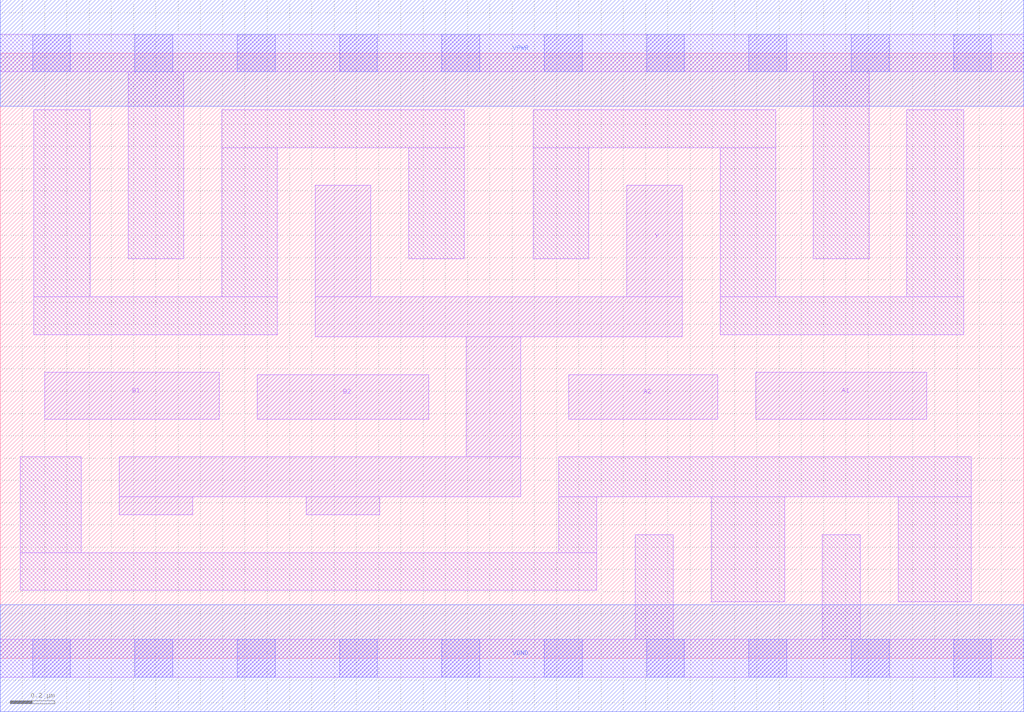
<source format=lef>
# Copyright 2020 The SkyWater PDK Authors
#
# Licensed under the Apache License, Version 2.0 (the "License");
# you may not use this file except in compliance with the License.
# You may obtain a copy of the License at
#
#     https://www.apache.org/licenses/LICENSE-2.0
#
# Unless required by applicable law or agreed to in writing, software
# distributed under the License is distributed on an "AS IS" BASIS,
# WITHOUT WARRANTIES OR CONDITIONS OF ANY KIND, either express or implied.
# See the License for the specific language governing permissions and
# limitations under the License.
#
# SPDX-License-Identifier: Apache-2.0

VERSION 5.7 ;
  NOWIREEXTENSIONATPIN ON ;
  DIVIDERCHAR "/" ;
  BUSBITCHARS "[]" ;
UNITS
  DATABASE MICRONS 200 ;
END UNITS
MACRO sky130_fd_sc_hd__o22ai_2
  CLASS CORE ;
  FOREIGN sky130_fd_sc_hd__o22ai_2 ;
  ORIGIN  0.000000  0.000000 ;
  SIZE  4.600000 BY  2.720000 ;
  SYMMETRY X Y R90 ;
  SITE unithd ;
  PIN A1
    ANTENNAGATEAREA  0.495000 ;
    DIRECTION INPUT ;
    USE SIGNAL ;
    PORT
      LAYER li1 ;
        RECT 3.395000 1.075000 4.165000 1.285000 ;
    END
  END A1
  PIN A2
    ANTENNAGATEAREA  0.495000 ;
    DIRECTION INPUT ;
    USE SIGNAL ;
    PORT
      LAYER li1 ;
        RECT 2.555000 1.075000 3.225000 1.275000 ;
    END
  END A2
  PIN B1
    ANTENNAGATEAREA  0.495000 ;
    DIRECTION INPUT ;
    USE SIGNAL ;
    PORT
      LAYER li1 ;
        RECT 0.200000 1.075000 0.985000 1.285000 ;
    END
  END B1
  PIN B2
    ANTENNAGATEAREA  0.495000 ;
    DIRECTION INPUT ;
    USE SIGNAL ;
    PORT
      LAYER li1 ;
        RECT 1.155000 1.075000 1.925000 1.275000 ;
    END
  END B2
  PIN Y
    ANTENNADIFFAREA  0.891000 ;
    DIRECTION OUTPUT ;
    USE SIGNAL ;
    PORT
      LAYER li1 ;
        RECT 0.535000 0.645000 0.865000 0.725000 ;
        RECT 0.535000 0.725000 2.340000 0.905000 ;
        RECT 1.375000 0.645000 1.705000 0.725000 ;
        RECT 1.415000 1.445000 3.065000 1.625000 ;
        RECT 1.415000 1.625000 1.665000 2.125000 ;
        RECT 2.095000 0.905000 2.340000 1.445000 ;
        RECT 2.815000 1.625000 3.065000 2.125000 ;
    END
  END Y
  PIN VGND
    DIRECTION INOUT ;
    SHAPE ABUTMENT ;
    USE GROUND ;
    PORT
      LAYER met1 ;
        RECT 0.000000 -0.240000 4.600000 0.240000 ;
    END
  END VGND
  PIN VPWR
    DIRECTION INOUT ;
    SHAPE ABUTMENT ;
    USE POWER ;
    PORT
      LAYER met1 ;
        RECT 0.000000 2.480000 4.600000 2.960000 ;
    END
  END VPWR
  OBS
    LAYER li1 ;
      RECT 0.000000 -0.085000 4.600000 0.085000 ;
      RECT 0.000000  2.635000 4.600000 2.805000 ;
      RECT 0.090000  0.305000 2.680000 0.475000 ;
      RECT 0.090000  0.475000 0.365000 0.905000 ;
      RECT 0.150000  1.455000 1.245000 1.625000 ;
      RECT 0.150000  1.625000 0.405000 2.465000 ;
      RECT 0.575000  1.795000 0.825000 2.635000 ;
      RECT 0.995000  1.625000 1.245000 2.295000 ;
      RECT 0.995000  2.295000 2.085000 2.465000 ;
      RECT 1.835000  1.795000 2.085000 2.295000 ;
      RECT 2.395000  1.795000 2.645000 2.295000 ;
      RECT 2.395000  2.295000 3.485000 2.465000 ;
      RECT 2.510000  0.475000 2.680000 0.725000 ;
      RECT 2.510000  0.725000 4.365000 0.905000 ;
      RECT 2.855000  0.085000 3.025000 0.555000 ;
      RECT 3.195000  0.255000 3.525000 0.725000 ;
      RECT 3.235000  1.455000 4.330000 1.625000 ;
      RECT 3.235000  1.625000 3.485000 2.295000 ;
      RECT 3.655000  1.795000 3.905000 2.635000 ;
      RECT 3.695000  0.085000 3.865000 0.555000 ;
      RECT 4.035000  0.255000 4.365000 0.725000 ;
      RECT 4.075000  1.625000 4.330000 2.465000 ;
    LAYER mcon ;
      RECT 0.145000 -0.085000 0.315000 0.085000 ;
      RECT 0.145000  2.635000 0.315000 2.805000 ;
      RECT 0.605000 -0.085000 0.775000 0.085000 ;
      RECT 0.605000  2.635000 0.775000 2.805000 ;
      RECT 1.065000 -0.085000 1.235000 0.085000 ;
      RECT 1.065000  2.635000 1.235000 2.805000 ;
      RECT 1.525000 -0.085000 1.695000 0.085000 ;
      RECT 1.525000  2.635000 1.695000 2.805000 ;
      RECT 1.985000 -0.085000 2.155000 0.085000 ;
      RECT 1.985000  2.635000 2.155000 2.805000 ;
      RECT 2.445000 -0.085000 2.615000 0.085000 ;
      RECT 2.445000  2.635000 2.615000 2.805000 ;
      RECT 2.905000 -0.085000 3.075000 0.085000 ;
      RECT 2.905000  2.635000 3.075000 2.805000 ;
      RECT 3.365000 -0.085000 3.535000 0.085000 ;
      RECT 3.365000  2.635000 3.535000 2.805000 ;
      RECT 3.825000 -0.085000 3.995000 0.085000 ;
      RECT 3.825000  2.635000 3.995000 2.805000 ;
      RECT 4.285000 -0.085000 4.455000 0.085000 ;
      RECT 4.285000  2.635000 4.455000 2.805000 ;
  END
END sky130_fd_sc_hd__o22ai_2
END LIBRARY

</source>
